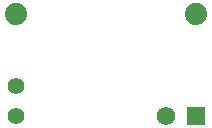
<source format=gbl>
G04 Layer: BottomLayer*
G04 EasyEDA v6.5.29, 2023-07-06 22:17:37*
G04 cc60af95848b4e47b89df648a6ada5ad,10*
G04 Gerber Generator version 0.2*
G04 Scale: 100 percent, Rotated: No, Reflected: No *
G04 Dimensions in millimeters *
G04 leading zeros omitted , absolute positions ,4 integer and 5 decimal *
%FSLAX45Y45*%
%MOMM*%

%ADD10R,1.5748X1.5748*%
%ADD11C,1.5748*%
%ADD12C,1.4000*%
%ADD13C,1.8796*%

%LPD*%
D10*
G01*
X2501900Y7010400D03*
D11*
G01*
X2247900Y7010400D03*
D12*
G01*
X977900Y7264400D03*
G01*
X977900Y7010400D03*
D13*
G01*
X977900Y7874000D03*
G01*
X2501900Y7874000D03*
M02*

</source>
